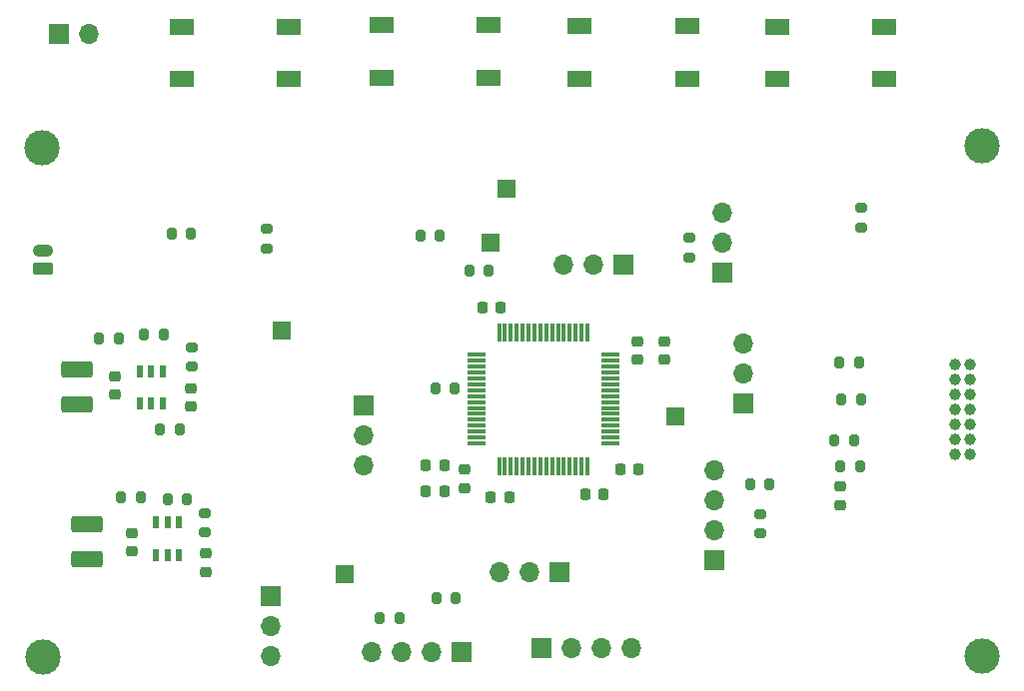
<source format=gbr>
%TF.GenerationSoftware,KiCad,Pcbnew,8.0.6*%
%TF.CreationDate,2024-12-13T11:58:04-05:00*%
%TF.ProjectId,11_9_design,31315f39-5f64-4657-9369-676e2e6b6963,v6*%
%TF.SameCoordinates,Original*%
%TF.FileFunction,Soldermask,Top*%
%TF.FilePolarity,Negative*%
%FSLAX46Y46*%
G04 Gerber Fmt 4.6, Leading zero omitted, Abs format (unit mm)*
G04 Created by KiCad (PCBNEW 8.0.6) date 2024-12-13 11:58:04*
%MOMM*%
%LPD*%
G01*
G04 APERTURE LIST*
G04 Aperture macros list*
%AMRoundRect*
0 Rectangle with rounded corners*
0 $1 Rounding radius*
0 $2 $3 $4 $5 $6 $7 $8 $9 X,Y pos of 4 corners*
0 Add a 4 corners polygon primitive as box body*
4,1,4,$2,$3,$4,$5,$6,$7,$8,$9,$2,$3,0*
0 Add four circle primitives for the rounded corners*
1,1,$1+$1,$2,$3*
1,1,$1+$1,$4,$5*
1,1,$1+$1,$6,$7*
1,1,$1+$1,$8,$9*
0 Add four rect primitives between the rounded corners*
20,1,$1+$1,$2,$3,$4,$5,0*
20,1,$1+$1,$4,$5,$6,$7,0*
20,1,$1+$1,$6,$7,$8,$9,0*
20,1,$1+$1,$8,$9,$2,$3,0*%
G04 Aperture macros list end*
%ADD10C,3.000000*%
%ADD11C,1.000000*%
%ADD12R,1.700000X1.700000*%
%ADD13O,1.700000X1.700000*%
%ADD14RoundRect,0.200000X0.200000X0.275000X-0.200000X0.275000X-0.200000X-0.275000X0.200000X-0.275000X0*%
%ADD15RoundRect,0.200000X0.275000X-0.200000X0.275000X0.200000X-0.275000X0.200000X-0.275000X-0.200000X0*%
%ADD16RoundRect,0.200000X-0.275000X0.200000X-0.275000X-0.200000X0.275000X-0.200000X0.275000X0.200000X0*%
%ADD17RoundRect,0.225000X0.225000X0.250000X-0.225000X0.250000X-0.225000X-0.250000X0.225000X-0.250000X0*%
%ADD18RoundRect,0.218750X-0.256250X0.218750X-0.256250X-0.218750X0.256250X-0.218750X0.256250X0.218750X0*%
%ADD19RoundRect,0.250000X0.615000X-0.265000X0.615000X0.265000X-0.615000X0.265000X-0.615000X-0.265000X0*%
%ADD20O,1.730000X1.030000*%
%ADD21RoundRect,0.200000X-0.200000X-0.275000X0.200000X-0.275000X0.200000X0.275000X-0.200000X0.275000X0*%
%ADD22RoundRect,0.250001X-1.074999X0.462499X-1.074999X-0.462499X1.074999X-0.462499X1.074999X0.462499X0*%
%ADD23RoundRect,0.250000X-0.550000X-0.550000X0.550000X-0.550000X0.550000X0.550000X-0.550000X0.550000X0*%
%ADD24RoundRect,0.225000X-0.250000X0.225000X-0.250000X-0.225000X0.250000X-0.225000X0.250000X0.225000X0*%
%ADD25RoundRect,0.075000X-0.700000X-0.075000X0.700000X-0.075000X0.700000X0.075000X-0.700000X0.075000X0*%
%ADD26RoundRect,0.075000X-0.075000X-0.700000X0.075000X-0.700000X0.075000X0.700000X-0.075000X0.700000X0*%
%ADD27R,2.108200X1.397000*%
%ADD28RoundRect,0.225000X-0.225000X-0.250000X0.225000X-0.250000X0.225000X0.250000X-0.225000X0.250000X0*%
%ADD29R,0.599999X1.000000*%
G04 APERTURE END LIST*
D10*
%TO.C,*%
X135300000Y-88900000D03*
%TD*%
%TO.C,*%
X135300000Y-132100000D03*
%TD*%
%TO.C,*%
X55700000Y-132200000D03*
%TD*%
%TO.C,*%
X55650000Y-89050000D03*
%TD*%
D11*
%TO.C,J12*%
X134320000Y-107380000D03*
X133050000Y-107380000D03*
X134320000Y-108650000D03*
X133050000Y-108650000D03*
X134320000Y-109920000D03*
X133050000Y-109920000D03*
X134320000Y-111190000D03*
X133050000Y-111190000D03*
X134320000Y-112460000D03*
X133050000Y-112460000D03*
X134320000Y-113730000D03*
X133050000Y-113730000D03*
X134320000Y-115000000D03*
X133050000Y-115000000D03*
%TD*%
D12*
%TO.C,J5*%
X57075000Y-79350000D03*
D13*
X59615000Y-79350000D03*
%TD*%
D14*
%TO.C,R10*%
X124943300Y-116030000D03*
X123293300Y-116030000D03*
%TD*%
D15*
%TO.C,R15*%
X69450000Y-121675000D03*
X69450000Y-120025000D03*
%TD*%
D16*
%TO.C,R5*%
X116475000Y-121750000D03*
X116475000Y-120100000D03*
%TD*%
D17*
%TO.C,C1*%
X95243300Y-118630000D03*
X93693300Y-118630000D03*
%TD*%
D15*
%TO.C,R19*%
X125100000Y-95775000D03*
X125100000Y-94125000D03*
%TD*%
D12*
%TO.C,J4*%
X82918300Y-110840000D03*
D13*
X82918300Y-113380000D03*
X82918300Y-115920000D03*
%TD*%
D18*
%TO.C,FB1*%
X91493300Y-116305000D03*
X91493300Y-117880000D03*
%TD*%
D19*
%TO.C,J11*%
X55718300Y-99280000D03*
D20*
X55718300Y-97780000D03*
%TD*%
D21*
%TO.C,R18*%
X87718300Y-96480000D03*
X89368300Y-96480000D03*
%TD*%
D22*
%TO.C,L2*%
X59468300Y-120955000D03*
X59468300Y-123930000D03*
%TD*%
D21*
%TO.C,R16*%
X66268300Y-118830000D03*
X67918300Y-118830000D03*
%TD*%
D17*
%TO.C,C10*%
X89743300Y-115930000D03*
X88193300Y-115930000D03*
%TD*%
D23*
%TO.C,J7*%
X93650000Y-97100000D03*
%TD*%
D21*
%TO.C,R4*%
X62368300Y-118680000D03*
X64018300Y-118680000D03*
%TD*%
D24*
%TO.C,CO1*%
X68268300Y-109405000D03*
X68268300Y-110955000D03*
%TD*%
D21*
%TO.C,R3*%
X84275000Y-128950000D03*
X85925000Y-128950000D03*
%TD*%
D14*
%TO.C,R7*%
X115643300Y-117580000D03*
X117293300Y-117580000D03*
%TD*%
D22*
%TO.C,L1*%
X58618300Y-107842500D03*
X58618300Y-110817500D03*
%TD*%
D15*
%TO.C,R21*%
X74668300Y-97555000D03*
X74668300Y-95905000D03*
%TD*%
D24*
%TO.C,C5*%
X108418300Y-105455000D03*
X108418300Y-107005000D03*
%TD*%
D12*
%TO.C,J1*%
X98010000Y-131450000D03*
D13*
X100550000Y-131450000D03*
X103090000Y-131450000D03*
X105630000Y-131450000D03*
%TD*%
D24*
%TO.C,C6*%
X106118300Y-105430000D03*
X106118300Y-106980000D03*
%TD*%
D12*
%TO.C,J2*%
X91168300Y-131830000D03*
D13*
X88628300Y-131830000D03*
X86088300Y-131830000D03*
X83548300Y-131830000D03*
%TD*%
D24*
%TO.C,CO2*%
X69518300Y-123430000D03*
X69518300Y-124980000D03*
%TD*%
D12*
%TO.C,J10*%
X115068300Y-110705000D03*
D13*
X115068300Y-108165000D03*
X115068300Y-105625000D03*
%TD*%
D14*
%TO.C,R1*%
X90693300Y-127180000D03*
X89043300Y-127180000D03*
%TD*%
D25*
%TO.C,U1*%
X92450000Y-106600000D03*
X92450000Y-107100000D03*
X92450000Y-107600000D03*
X92450000Y-108100000D03*
X92450000Y-108600000D03*
X92450000Y-109100000D03*
X92450000Y-109600000D03*
X92450000Y-110100000D03*
X92450000Y-110600000D03*
X92450000Y-111100000D03*
X92450000Y-111600000D03*
X92450000Y-112100000D03*
X92450000Y-112600000D03*
X92450000Y-113100000D03*
X92450000Y-113600000D03*
X92450000Y-114100000D03*
D26*
X94375000Y-116025000D03*
X94875000Y-116025000D03*
X95375000Y-116025000D03*
X95875000Y-116025000D03*
X96375000Y-116025000D03*
X96875000Y-116025000D03*
X97375000Y-116025000D03*
X97875000Y-116025000D03*
X98375000Y-116025000D03*
X98875000Y-116025000D03*
X99375000Y-116025000D03*
X99875000Y-116025000D03*
X100375000Y-116025000D03*
X100875000Y-116025000D03*
X101375000Y-116025000D03*
X101875000Y-116025000D03*
D25*
X103800000Y-114100000D03*
X103800000Y-113600000D03*
X103800000Y-113100000D03*
X103800000Y-112600000D03*
X103800000Y-112100000D03*
X103800000Y-111600000D03*
X103800000Y-111100000D03*
X103800000Y-110600000D03*
X103800000Y-110100000D03*
X103800000Y-109600000D03*
X103800000Y-109100000D03*
X103800000Y-108600000D03*
X103800000Y-108100000D03*
X103800000Y-107600000D03*
X103800000Y-107100000D03*
X103800000Y-106600000D03*
D26*
X101875000Y-104675000D03*
X101375000Y-104675000D03*
X100875000Y-104675000D03*
X100375000Y-104675000D03*
X99875000Y-104675000D03*
X99375000Y-104675000D03*
X98875000Y-104675000D03*
X98375000Y-104675000D03*
X97875000Y-104675000D03*
X97375000Y-104675000D03*
X96875000Y-104675000D03*
X96375000Y-104675000D03*
X95875000Y-104675000D03*
X95375000Y-104675000D03*
X94875000Y-104675000D03*
X94375000Y-104675000D03*
%TD*%
D14*
%TO.C,R9*%
X124893300Y-107280000D03*
X123243300Y-107280000D03*
%TD*%
%TO.C,R11*%
X125043300Y-110380000D03*
X123393300Y-110380000D03*
%TD*%
D23*
%TO.C,J15*%
X109318300Y-111780000D03*
%TD*%
D12*
%TO.C,J6*%
X104893300Y-98980000D03*
D13*
X102353300Y-98980000D03*
X99813300Y-98980000D03*
%TD*%
D15*
%TO.C,R13*%
X68368300Y-107580000D03*
X68368300Y-105930000D03*
%TD*%
D21*
%TO.C,R6*%
X66625000Y-96350000D03*
X68275000Y-96350000D03*
%TD*%
%TO.C,R2*%
X60475000Y-105250000D03*
X62125000Y-105250000D03*
%TD*%
D27*
%TO.C,S4*%
X117953400Y-78764800D03*
X127046600Y-78764800D03*
X117953400Y-83235200D03*
X127046600Y-83235200D03*
%TD*%
D15*
%TO.C,R17*%
X110518300Y-98330000D03*
X110518300Y-96680000D03*
%TD*%
D12*
%TO.C,J3*%
X112638300Y-123980000D03*
D13*
X112638300Y-121440000D03*
X112638300Y-118900000D03*
X112638300Y-116360000D03*
%TD*%
D17*
%TO.C,C9*%
X89725000Y-118150000D03*
X88175000Y-118150000D03*
%TD*%
D21*
%TO.C,R20*%
X65643300Y-112930000D03*
X67293300Y-112930000D03*
%TD*%
D14*
%TO.C,R8*%
X93500000Y-99450000D03*
X91850000Y-99450000D03*
%TD*%
D12*
%TO.C,J23*%
X113318300Y-99605000D03*
D13*
X113318300Y-97065000D03*
X113318300Y-94525000D03*
%TD*%
D12*
%TO.C,J9*%
X99508300Y-124980000D03*
D13*
X96968300Y-124980000D03*
X94428300Y-124980000D03*
%TD*%
D28*
%TO.C,C3*%
X92968300Y-102580000D03*
X94518300Y-102580000D03*
%TD*%
D21*
%TO.C,R22*%
X88975000Y-109450000D03*
X90625000Y-109450000D03*
%TD*%
D14*
%TO.C,R12*%
X124468300Y-113830000D03*
X122818300Y-113830000D03*
%TD*%
D23*
%TO.C,J13*%
X81268300Y-125180000D03*
%TD*%
%TO.C,J14*%
X95000000Y-92500000D03*
%TD*%
D14*
%TO.C,R14*%
X65943300Y-104880000D03*
X64293300Y-104880000D03*
%TD*%
D24*
%TO.C,CI2*%
X63218300Y-121680000D03*
X63218300Y-123230000D03*
%TD*%
D23*
%TO.C,J8*%
X76000000Y-104550000D03*
%TD*%
D12*
%TO.C,J22*%
X75018300Y-127080000D03*
D13*
X75018300Y-129620000D03*
X75018300Y-132160000D03*
%TD*%
D24*
%TO.C,C7*%
X123325000Y-117775000D03*
X123325000Y-119325000D03*
%TD*%
D27*
%TO.C,S2*%
X84403400Y-78614800D03*
X93496600Y-78614800D03*
X84403400Y-83085200D03*
X93496600Y-83085200D03*
%TD*%
D17*
%TO.C,C4*%
X103225000Y-118400000D03*
X101675000Y-118400000D03*
%TD*%
D24*
%TO.C,CI1*%
X61818300Y-108405000D03*
X61818300Y-109955000D03*
%TD*%
D28*
%TO.C,C11*%
X104643300Y-116280000D03*
X106193300Y-116280000D03*
%TD*%
D27*
%TO.C,S3*%
X101206800Y-78729600D03*
X110300000Y-78729600D03*
X101206800Y-83200000D03*
X110300000Y-83200000D03*
%TD*%
D29*
%TO.C,U4*%
X65318299Y-123555001D03*
X66268300Y-123555001D03*
X67218298Y-123555001D03*
X67218298Y-120805001D03*
X66268300Y-120805001D03*
X65318299Y-120805001D03*
%TD*%
%TO.C,U3*%
X63949999Y-110725001D03*
X64900000Y-110725001D03*
X65849998Y-110725001D03*
X65849998Y-107975001D03*
X64900000Y-107975001D03*
X63949999Y-107975001D03*
%TD*%
D27*
%TO.C,S1*%
X67453400Y-78764800D03*
X76546600Y-78764800D03*
X67453400Y-83235200D03*
X76546600Y-83235200D03*
%TD*%
M02*

</source>
